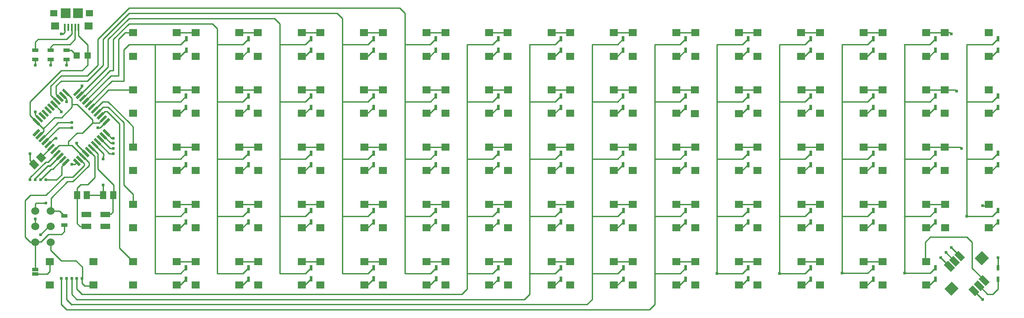
<source format=gtl>
G04 ---------------------------- Layer name :TOP LAYER*
G04 easyEDA 0.1*
G04 Scale: 100 percent, Rotated: No, Reflected: No *
G04 Dimensions in inches *
G04 leading zeros omitted , absolute positions ,2 integer and 4 * 
%FSLAX24Y24*%
%MOIN*%
G90*
G70D02*

%ADD10C,0.010000*%
%ADD11C,0.011810*%
%ADD12C,0.024400*%
%ADD13C,0.060000*%
%ADD15R,0.023600X0.039400*%
%ADD16R,0.050000X0.025000*%
%ADD17R,0.074800X0.043300*%
%ADD18R,0.051200X0.059100*%
%ADD19R,0.063000X0.055100*%
%ADD20R,0.057100X0.051200*%
%ADD21R,0.074800X0.074800*%
%ADD22R,0.015700X0.053100*%
%ADD23R,0.047200X0.031500*%
%ADD25R,0.062992X0.055120*%
%ADD26R,0.047200X0.047200*%

%LPD*%
%LNVIA PAD TRACK COPPERAREA*%
G54D10*
G01X1188Y26673D02*
G01X2101Y26673D01*
G01X2303Y26874D01*
G01X2303Y27592D01*
G01X2301Y27594D01*
G01X35530Y44918D02*
G01X36946Y44918D01*
G01X10253Y39307D02*
G01X10253Y39702D01*
G01X35536Y36255D02*
G01X36952Y36255D01*
G01X35536Y31924D02*
G01X36952Y31924D01*
G01X35536Y27593D02*
G01X36952Y27593D01*
G01X40260Y36255D02*
G01X41680Y36254D01*
G01X40260Y31924D02*
G01X41680Y31923D01*
G01X40260Y27593D02*
G01X41680Y27592D01*
G01X48049Y44032D02*
G01X48049Y24347D01*
G01X47655Y23953D01*
G01X3561Y23953D01*
G01X3167Y24347D01*
G01X43325Y44032D02*
G01X43325Y24740D01*
G01X42931Y24347D01*
G01X3955Y24347D01*
G01X38600Y44032D02*
G01X38600Y25134D01*
G01X38206Y24740D01*
G01X4742Y24740D01*
G01X8601Y40588D02*
G01X6735Y40588D01*
G01X5453Y39305D01*
G01X8601Y36255D02*
G01X8601Y37811D01*
G01X8285Y38126D01*
G01X8285Y38126D01*
G01X6710Y39701D01*
G01X6302Y39701D01*
G01X5680Y39079D01*
G01X8601Y31926D02*
G01X8601Y32693D01*
G01X7892Y33402D01*
G01X7892Y38126D01*
G01X6710Y39307D01*
G01X6710Y39307D02*
G01X6347Y39307D01*
G01X5898Y38859D01*
G01X6125Y38634D02*
G01X6131Y38634D01*
G01X6458Y38961D01*
G01X6644Y38961D01*
G01X7580Y38025D01*
G01X7580Y28616D01*
G01X8601Y27596D01*
G01X6317Y35370D02*
G01X6378Y35763D01*
G01X5680Y36463D01*
G01X7105Y36946D02*
G01X6978Y36946D01*
G01X6571Y37354D01*
G01X7105Y36552D02*
G01X6921Y36552D01*
G01X6344Y37128D01*
G01X7105Y36157D02*
G01X6876Y36157D01*
G01X6125Y36909D01*
G01X7105Y35765D02*
G01X6815Y35765D01*
G01X5898Y36682D01*
G01X3167Y24346D02*
G01X3167Y26315D01*
G01X3955Y24346D02*
G01X3561Y24740D01*
G01X3561Y26315D01*
G01X4743Y24740D02*
G01X4348Y24740D01*
G01X3955Y25134D01*
G01X3955Y26315D01*
G01X5135Y25134D02*
G01X4742Y25134D01*
G01X4348Y25528D01*
G01X4348Y26315D01*
G01X3955Y34977D02*
G01X4192Y34977D01*
G01X4342Y35127D01*
G01X21672Y46788D02*
G01X8285Y46788D01*
G01X22064Y46394D02*
G01X8285Y46394D01*
G01X13797Y45607D02*
G01X8285Y45607D01*
G01X10253Y44032D02*
G01X8286Y44032D01*
G01X8285Y44032D01*
G01X7892Y43638D01*
G01X7892Y41276D01*
G01X6985Y41276D01*
G01X5234Y39525D01*
G01X8601Y44917D02*
G01X7990Y44917D01*
G01X7498Y44426D01*
G01X7498Y41670D01*
G01X7104Y41670D01*
G01X7105Y41669D02*
G01X6927Y41669D01*
G01X5007Y39751D01*
G01X8285Y45607D02*
G01X7104Y44426D01*
G01X7104Y42063D01*
G01X7105Y42063D02*
G01X6882Y42063D01*
G01X4789Y39969D01*
G01X19309Y46000D02*
G01X8285Y46001D01*
G01X6710Y44426D01*
G01X6710Y42457D01*
G01X6710Y42457D02*
G01X6710Y42344D01*
G01X4563Y40196D01*
G01X6317Y44426D02*
G01X6318Y44426D01*
G01X8285Y46394D01*
G01X5923Y44426D02*
G01X8285Y46788D01*
G01X5152Y43188D02*
G01X5152Y44010D01*
G01X4472Y44691D01*
G01X4472Y45337D01*
G01X4469Y45340D01*
G01X6318Y44426D02*
G01X6317Y42457D01*
G01X5136Y41276D01*
G01X3167Y41276D01*
G01X2773Y40882D01*
G01X5923Y44426D02*
G01X5923Y42457D01*
G01X5136Y41670D01*
G01X3167Y41670D01*
G01X2380Y40882D01*
G01X2773Y40882D02*
G01X2773Y40259D01*
G01X3063Y39969D01*
G01X2380Y40882D02*
G01X2380Y40201D01*
G01X2836Y39744D01*
G01X1199Y42851D02*
G01X1198Y42457D01*
G01X2380Y42894D02*
G01X2380Y42457D01*
G01X3167Y38913D02*
G01X3167Y38975D01*
G01X2617Y39525D01*
G01X3561Y42851D02*
G01X3561Y42457D01*
G01X5152Y43188D02*
G01X5152Y42474D01*
G01X4742Y42063D01*
G01X3167Y42063D01*
G01X805Y39701D01*
G01X805Y39702D02*
G01X805Y38663D01*
G01X1282Y38188D01*
G01X3955Y38127D02*
G01X2944Y38127D01*
G01X1726Y36909D01*
G01X3955Y37732D02*
G01X2990Y37732D01*
G01X1946Y36688D01*
G01X3561Y43594D02*
G01X3926Y43594D01*
G01X4332Y43188D01*
G01X3167Y44819D02*
G01X3311Y44819D01*
G01X3446Y44954D01*
G01X3446Y45338D01*
G01X3448Y45340D01*
G01X1198Y43594D02*
G01X1198Y44210D01*
G01X1409Y44421D01*
G01X3557Y44421D01*
G01X3957Y44821D01*
G01X3957Y45339D01*
G01X3959Y45340D01*
G01X2380Y43594D02*
G01X2380Y43847D01*
G01X2568Y44035D01*
G01X3823Y44035D01*
G01X4209Y44421D01*
G01X4209Y45331D01*
G01X4219Y45340D01*
G01X5923Y37732D02*
G01X6115Y37732D01*
G01X6571Y38188D01*
G01X4348Y36552D02*
G01X4348Y36450D01*
G01X5007Y35790D01*
G01X2773Y36946D02*
G01X2655Y36946D01*
G01X2173Y36463D01*
G01X1282Y38188D02*
G01X1282Y38180D01*
G01X1835Y37626D01*
G01X1835Y37469D01*
G01X1501Y37134D01*
G01X1834Y37627D02*
G01X1834Y37690D01*
G01X2656Y38512D01*
G01X3192Y38512D01*
G01X3963Y39284D01*
G01X3963Y39961D01*
G01X3509Y40415D01*
G01X4789Y35571D02*
G01X4783Y35571D01*
G01X3949Y36405D01*
G01X3005Y36405D01*
G01X2617Y36017D01*
G01X3713Y36405D02*
G01X3713Y36684D01*
G01X4356Y37326D01*
G01X4756Y37326D01*
G01X5542Y38112D01*
G01X6042Y38112D01*
G01X6344Y38415D01*
G01X5543Y38113D02*
G01X5543Y38319D01*
G01X4371Y39491D01*
G01X3977Y39491D01*
G01X3963Y39505D01*
G01X3561Y39702D02*
G01X3561Y39911D01*
G01X3282Y40190D01*
G01X4743Y40882D02*
G01X4743Y40815D01*
G01X4342Y40415D01*
G01X1986Y33796D02*
G01X2805Y33796D01*
G01X3184Y34175D01*
G01X3184Y34803D01*
G01X3509Y35127D01*
G01X805Y35765D02*
G01X805Y35259D01*
G01X1107Y34959D01*
G01X1630Y35482D02*
G01X2392Y36244D01*
G01X1198Y38913D02*
G01X1198Y38709D01*
G01X1501Y38407D01*
G01X6317Y33402D02*
G01X6317Y32642D01*
G01X6344Y32615D01*
G01X5453Y36236D02*
G01X5453Y36233D01*
G01X5926Y35761D01*
G01X5926Y34589D01*
G01X7119Y33396D01*
G01X7119Y32652D01*
G01X7081Y32615D01*
G01X5114Y32615D02*
G01X6344Y32615D01*
G01X4371Y32615D02*
G01X4371Y30469D01*
G01X4593Y30247D01*
G01X5045Y30247D01*
G01X5052Y30253D01*
G01X7081Y32615D02*
G01X7081Y31349D01*
G01X6936Y31204D01*
G01X6560Y31204D01*
G01X6510Y31153D01*
G01X4371Y32615D02*
G01X4371Y33168D01*
G01X4622Y33418D01*
G01X5158Y33418D01*
G01X5700Y33961D01*
G01X5700Y35551D01*
G01X5234Y36017D01*
G01X4743Y26315D02*
G01X4743Y25974D01*
G01X4945Y25771D01*
G01X5557Y25771D01*
G01X5609Y25823D01*
G01X4563Y35346D02*
G01X4578Y35346D01*
G01X4897Y35027D01*
G01X4897Y34867D01*
G01X4037Y34007D01*
G01X3397Y34007D01*
G01X2007Y32617D01*
G01X827Y32617D01*
G01X427Y32217D01*
G01X427Y29477D01*
G01X827Y29077D01*
G01X1191Y29077D01*
G01X1198Y29071D01*
G01X4789Y35571D02*
G01X4792Y35571D01*
G01X5257Y35107D01*
G01X5257Y34867D01*
G01X4047Y33657D01*
G01X3637Y33657D01*
G01X2387Y32407D01*
G01X2387Y31441D01*
G01X2380Y31434D01*
G01X2378Y29071D02*
G01X2378Y28474D01*
G01X3181Y27672D01*
G01X4271Y27672D01*
G01X4751Y27192D01*
G01X4751Y26324D01*
G01X4743Y26315D01*
G01X1198Y30832D02*
G01X1198Y30253D01*
G01X1198Y30252D01*
G01X1986Y32044D02*
G01X1275Y32044D01*
G01X1193Y31962D01*
G01X1193Y31438D01*
G01X1198Y31432D01*
G01X1592Y33796D02*
G01X1597Y33796D01*
G01X2397Y34595D01*
G01X2525Y34595D01*
G01X3282Y35353D01*
G01X2378Y30253D02*
G01X2205Y30253D01*
G01X1592Y29640D01*
G01X3407Y30351D02*
G01X3407Y29884D01*
G01X3184Y29662D01*
G01X2206Y29662D01*
G01X1627Y29083D01*
G01X1210Y29083D01*
G01X1198Y29071D01*
G01X2380Y31434D02*
G01X3023Y31434D01*
G01X3407Y31051D01*
G01X1198Y29071D02*
G01X1198Y27003D01*
G01X1188Y26992D01*
G01X805Y33796D02*
G01X805Y33948D01*
G01X1990Y35132D01*
G01X2171Y35132D01*
G01X2836Y35798D01*
G01X10253Y44032D02*
G01X12186Y44032D01*
G01X12617Y44461D01*
G01X11909Y43146D02*
G01X12160Y43146D01*
G01X12617Y43602D01*
G01X11909Y44917D02*
G01X13325Y44917D01*
G01X10253Y44032D02*
G01X10253Y39702D01*
G01X10253Y39702D02*
G01X12185Y39702D01*
G01X12615Y40132D01*
G01X11909Y38815D02*
G01X12160Y38815D01*
G01X12615Y39271D01*
G01X10253Y39307D02*
G01X10253Y35371D01*
G01X10253Y35371D02*
G01X12185Y35371D01*
G01X12615Y35801D01*
G01X11909Y34484D02*
G01X12159Y34484D01*
G01X12615Y34940D01*
G01X10253Y35371D02*
G01X10253Y31040D01*
G01X10254Y31040D01*
G01X12186Y31040D01*
G01X12615Y31469D01*
G01X11909Y30153D02*
G01X12160Y30153D01*
G01X12615Y30609D01*
G01X10253Y31040D02*
G01X10253Y26709D01*
G01X10254Y26709D01*
G01X12186Y26709D01*
G01X12615Y27138D01*
G01X11909Y25823D02*
G01X12160Y25823D01*
G01X12615Y26278D01*
G01X16632Y43146D02*
G01X16884Y43146D01*
G01X17339Y43602D01*
G01X14978Y44032D02*
G01X14978Y39701D01*
G01X14978Y39701D01*
G01X16905Y39701D01*
G01X17336Y40132D01*
G01X16631Y38815D02*
G01X16880Y38815D01*
G01X17336Y39273D01*
G01X14978Y39702D02*
G01X14978Y35371D01*
G01X14978Y35370D01*
G01X16906Y35370D01*
G01X17336Y35801D01*
G01X16631Y34484D02*
G01X16881Y34484D01*
G01X17336Y34940D01*
G01X14978Y35371D02*
G01X14978Y31040D01*
G01X14978Y31040D01*
G01X16909Y31040D01*
G01X17336Y31467D01*
G01X16631Y30153D02*
G01X16882Y30153D01*
G01X17336Y30607D01*
G01X14978Y31040D02*
G01X14978Y26709D01*
G01X14978Y26709D01*
G01X16910Y26709D01*
G01X17336Y27136D01*
G01X16631Y25823D02*
G01X16884Y25823D01*
G01X17336Y26276D01*
G01X19702Y44032D02*
G01X21632Y44032D01*
G01X22063Y44461D01*
G01X19702Y44032D02*
G01X19702Y39701D01*
G01X19703Y39701D01*
G01X21634Y39701D01*
G01X22057Y40125D01*
G01X19702Y39702D02*
G01X19702Y35371D01*
G01X19703Y35370D01*
G01X21638Y35370D01*
G01X22059Y35790D01*
G01X19702Y35371D02*
G01X19702Y31040D01*
G01X19703Y31040D01*
G01X21633Y31040D01*
G01X22060Y31467D01*
G01X19702Y31040D02*
G01X19702Y26709D01*
G01X19703Y26709D01*
G01X21630Y26709D01*
G01X22061Y27140D01*
G01X21357Y25821D02*
G01X21602Y25821D01*
G01X22061Y26280D01*
G01X21357Y30153D02*
G01X21606Y30153D01*
G01X22060Y30607D01*
G01X21357Y34484D02*
G01X21611Y34484D01*
G01X22059Y34930D01*
G01X21355Y38815D02*
G01X21607Y38815D01*
G01X22057Y39265D01*
G01X21355Y43146D02*
G01X21606Y43146D01*
G01X22063Y43602D01*
G01X16632Y44917D02*
G01X18047Y44917D01*
G01X16631Y40588D02*
G01X18046Y40588D01*
G01X18047Y40586D01*
G01X16631Y36257D02*
G01X18048Y36257D01*
G01X18050Y36255D01*
G01X16631Y31926D02*
G01X18048Y31926D01*
G01X18050Y31925D01*
G01X16631Y27594D02*
G01X18048Y27594D01*
G01X18050Y27594D01*
G01X21357Y27594D02*
G01X22776Y27594D01*
G01X21357Y31925D02*
G01X22776Y31925D01*
G01X21357Y36255D02*
G01X22776Y36255D01*
G01X21355Y40586D02*
G01X22771Y40586D01*
G01X21355Y44917D02*
G01X22771Y44917D01*
G01X24427Y44032D02*
G01X26356Y44032D01*
G01X26785Y44461D01*
G01X26078Y43146D02*
G01X26330Y43146D01*
G01X26785Y43602D01*
G01X24427Y39702D02*
G01X26360Y39702D01*
G01X26786Y40129D01*
G01X26078Y38815D02*
G01X26332Y38815D01*
G01X26786Y39269D01*
G01X24427Y39702D02*
G01X24427Y35371D01*
G01X24427Y35370D01*
G01X26363Y35370D01*
G01X26788Y35794D01*
G01X26084Y34484D02*
G01X26336Y34484D01*
G01X26788Y34934D01*
G01X24427Y35371D02*
G01X24427Y31040D01*
G01X24427Y31040D01*
G01X26368Y31040D01*
G01X26789Y31461D01*
G01X26084Y30153D02*
G01X26340Y30153D01*
G01X26789Y30602D01*
G01X13797Y45607D02*
G01X14584Y45607D01*
G01X14585Y45607D01*
G01X14978Y45213D01*
G01X14978Y44032D01*
G01X14978Y44032D01*
G01X19309Y46001D02*
G01X19309Y46001D01*
G01X19703Y45607D01*
G01X19703Y44032D01*
G01X19702Y44032D01*
G01X22064Y46394D02*
G01X24034Y46394D01*
G01X24427Y46000D01*
G01X24427Y44032D01*
G01X24427Y44032D01*
G01X24427Y39702D02*
G01X24427Y44032D01*
G01X21672Y46788D02*
G01X28758Y46788D01*
G01X29151Y46394D01*
G01X29151Y44032D01*
G01X31081Y44032D01*
G01X31510Y44461D01*
G01X29152Y44032D02*
G01X29152Y39701D01*
G01X29151Y39701D01*
G01X31084Y39701D01*
G01X31511Y40129D01*
G01X29152Y39702D02*
G01X29152Y35371D01*
G01X29151Y35370D01*
G01X31087Y35370D01*
G01X31514Y35796D01*
G01X29152Y35371D02*
G01X29152Y31040D01*
G01X29151Y31040D01*
G01X31082Y31040D01*
G01X31514Y31473D01*
G01X29152Y31040D02*
G01X29152Y26709D01*
G01X29151Y26709D01*
G01X31086Y26709D01*
G01X31517Y27140D01*
G01X30802Y43146D02*
G01X31055Y43146D01*
G01X31510Y43602D01*
G01X30807Y38813D02*
G01X31056Y38813D01*
G01X31511Y39269D01*
G01X30802Y34484D02*
G01X31060Y34484D01*
G01X31514Y34936D01*
G01X30807Y30152D02*
G01X31053Y30152D01*
G01X31514Y30613D01*
G01X30807Y25821D02*
G01X31057Y25821D01*
G01X31517Y26280D01*
G01X26078Y44917D02*
G01X27493Y44917D01*
G01X26078Y40586D02*
G01X27498Y40586D01*
G01X27500Y40586D01*
G01X26084Y36255D02*
G01X27494Y36255D01*
G01X26084Y31925D02*
G01X27498Y31925D01*
G01X27500Y31923D01*
G01X26084Y27594D02*
G01X27498Y27594D01*
G01X27500Y27592D01*
G01X26084Y25821D02*
G01X26331Y25821D01*
G01X26790Y26282D01*
G01X11909Y40588D02*
G01X13322Y40588D01*
G01X11909Y36255D02*
G01X13322Y36255D01*
G01X13322Y36257D01*
G01X11909Y31926D02*
G01X13322Y31926D01*
G01X11909Y27596D02*
G01X13322Y27596D01*
G01X13322Y27594D01*
G01X24427Y31040D02*
G01X24427Y26709D01*
G01X24427Y26709D01*
G01X26358Y26709D01*
G01X26790Y27142D01*
G01X30802Y44917D02*
G01X32218Y44917D01*
G01X30807Y40586D02*
G01X32219Y40586D01*
G01X32221Y40586D01*
G01X30802Y36255D02*
G01X32222Y36255D01*
G01X32223Y36255D01*
G01X30807Y31923D02*
G01X32223Y31923D01*
G01X30807Y27592D02*
G01X32223Y27592D01*
G01X5135Y25134D02*
G01X33482Y25134D01*
G01X33876Y25528D01*
G01X33876Y26709D01*
G01X35809Y26709D01*
G01X36231Y27130D01*
G01X33876Y26709D02*
G01X33876Y31039D01*
G01X33876Y31040D01*
G01X35809Y31040D01*
G01X36230Y31461D01*
G01X35531Y25821D02*
G01X35781Y25821D01*
G01X36231Y26271D01*
G01X35531Y30152D02*
G01X35781Y30152D01*
G01X36230Y30601D01*
G01X35531Y34482D02*
G01X35779Y34482D01*
G01X36227Y34932D01*
G01X33876Y31040D02*
G01X33876Y35370D01*
G01X33876Y35370D01*
G01X35806Y35370D01*
G01X36227Y35792D01*
G01X33876Y35371D02*
G01X33876Y39701D01*
G01X33876Y39701D01*
G01X35802Y39701D01*
G01X36227Y40126D01*
G01X35529Y38815D02*
G01X35776Y38815D01*
G01X36227Y39265D01*
G01X33876Y39701D02*
G01X33876Y44032D01*
G01X33876Y44032D01*
G01X35802Y44032D01*
G01X36231Y44461D01*
G01X35526Y43146D02*
G01X35776Y43146D01*
G01X36231Y43602D01*
G01X38601Y26709D02*
G01X40527Y26709D01*
G01X40954Y27134D01*
G01X40260Y25821D02*
G01X40500Y25821D01*
G01X40954Y26275D01*
G01X38601Y31040D02*
G01X40531Y31040D01*
G01X40952Y31461D01*
G01X40260Y30152D02*
G01X40504Y30152D01*
G01X40952Y30601D01*
G01X38601Y35371D02*
G01X40530Y35371D01*
G01X40951Y35792D01*
G01X40260Y34482D02*
G01X40502Y34482D01*
G01X40951Y34932D01*
G01X38601Y39702D02*
G01X40525Y39702D01*
G01X40955Y40132D01*
G01X40260Y38813D02*
G01X40497Y38813D01*
G01X40955Y39271D01*
G01X38601Y44032D02*
G01X40525Y44032D01*
G01X40955Y44461D01*
G01X40254Y43146D02*
G01X40498Y43146D01*
G01X40955Y43602D01*
G01X40254Y44917D02*
G01X41665Y44917D01*
G01X43325Y44032D02*
G01X45251Y44032D01*
G01X45681Y44461D01*
G01X35529Y40586D02*
G01X36951Y40586D01*
G01X36952Y40586D01*
G01X40260Y40586D02*
G01X41665Y40586D01*
G01X41667Y40586D01*
G01X43325Y39702D02*
G01X45255Y39702D01*
G01X45681Y40128D01*
G01X44975Y38815D02*
G01X45227Y38815D01*
G01X45681Y39267D01*
G01X43325Y35371D02*
G01X45259Y35371D01*
G01X45681Y35794D01*
G01X44982Y34482D02*
G01X45230Y34482D01*
G01X45681Y34934D01*
G01X43325Y31040D02*
G01X45256Y31040D01*
G01X45684Y31467D01*
G01X44982Y30151D02*
G01X45227Y30151D01*
G01X45684Y30607D01*
G01X43325Y26709D02*
G01X45256Y26709D01*
G01X45685Y27136D01*
G01X44982Y25819D02*
G01X45227Y25819D01*
G01X45685Y26277D01*
G01X48049Y44032D02*
G01X49981Y44032D01*
G01X50410Y44461D01*
G01X48050Y39702D02*
G01X49980Y39702D01*
G01X50402Y40125D01*
G01X49697Y38815D02*
G01X49952Y38815D01*
G01X50402Y39265D01*
G01X48050Y35371D02*
G01X49985Y35371D01*
G01X50406Y35792D01*
G01X49702Y34482D02*
G01X49956Y34482D01*
G01X50406Y34932D01*
G01X48050Y31040D02*
G01X49989Y31040D01*
G01X50406Y31457D01*
G01X49702Y30151D02*
G01X49960Y30151D01*
G01X50406Y30596D01*
G01X48050Y26709D02*
G01X49989Y26709D01*
G01X50406Y27127D01*
G01X49702Y25819D02*
G01X49960Y25819D01*
G01X50406Y26267D01*
G01X44982Y27592D02*
G01X46397Y27592D01*
G01X44982Y31923D02*
G01X46397Y31923D01*
G01X44982Y36254D02*
G01X46397Y36254D01*
G01X44975Y40586D02*
G01X46389Y40586D01*
G01X44973Y44917D02*
G01X46385Y44917D01*
G01X52773Y26709D02*
G01X52773Y44032D01*
G01X52773Y44032D01*
G01X54697Y44032D01*
G01X55127Y44461D01*
G01X54427Y43144D02*
G01X54669Y43144D01*
G01X55127Y43602D01*
G01X52773Y39702D02*
G01X54704Y39702D01*
G01X55130Y40128D01*
G01X54422Y38811D02*
G01X54672Y38811D01*
G01X55130Y39267D01*
G01X52773Y35371D02*
G01X54701Y35371D01*
G01X55131Y35801D01*
G01X54427Y34484D02*
G01X54673Y34484D01*
G01X55131Y34940D01*
G01X52773Y31040D02*
G01X54705Y31040D01*
G01X55131Y31467D01*
G01X54427Y30153D02*
G01X54677Y30153D01*
G01X55131Y30607D01*
G01X52773Y26709D02*
G01X54702Y26709D01*
G01X55135Y27140D01*
G01X54427Y25821D02*
G01X54676Y25821D01*
G01X55135Y26280D01*
G01X49697Y40586D02*
G01X51110Y40586D01*
G01X51114Y40582D01*
G01X49702Y36254D02*
G01X51117Y36254D01*
G01X51118Y36255D01*
G01X49702Y31923D02*
G01X51117Y31923D01*
G01X51118Y31925D01*
G01X49702Y27592D02*
G01X51117Y27592D01*
G01X51118Y27594D01*
G01X57502Y26709D02*
G01X59436Y26709D01*
G01X59859Y27132D01*
G01X57502Y26709D02*
G01X57502Y31036D01*
G01X57498Y31040D01*
G01X59429Y31040D01*
G01X59860Y31471D01*
G01X57502Y31036D02*
G01X57502Y35367D01*
G01X57498Y35370D01*
G01X59429Y35370D01*
G01X59860Y35801D01*
G01X57502Y35367D02*
G01X57502Y39697D01*
G01X57498Y39701D01*
G01X59429Y39701D01*
G01X59860Y40132D01*
G01X57502Y39698D02*
G01X57502Y44028D01*
G01X57498Y44032D01*
G01X59430Y44032D01*
G01X59860Y44461D01*
G01X59152Y25823D02*
G01X59410Y25823D01*
G01X59859Y26271D01*
G01X59152Y30153D02*
G01X59402Y30153D01*
G01X59860Y30611D01*
G01X59152Y34484D02*
G01X59404Y34484D01*
G01X59860Y34940D01*
G01X59152Y38817D02*
G01X59406Y38817D01*
G01X59860Y39271D01*
G01X59148Y43146D02*
G01X59404Y43146D01*
G01X59860Y43602D01*
G01X62222Y44032D02*
G01X64155Y44032D01*
G01X64585Y44461D01*
G01X63872Y43146D02*
G01X64129Y43146D01*
G01X64585Y43602D01*
G01X62222Y44032D02*
G01X62222Y39701D01*
G01X62222Y39701D01*
G01X64161Y39701D01*
G01X64588Y40128D01*
G01X63876Y38815D02*
G01X64135Y38815D01*
G01X64588Y39267D01*
G01X62222Y39702D02*
G01X62222Y35371D01*
G01X62222Y35370D01*
G01X64164Y35370D01*
G01X64588Y35794D01*
G01X63872Y34484D02*
G01X64139Y34484D01*
G01X64588Y34934D01*
G01X62222Y35371D02*
G01X62222Y31040D01*
G01X62222Y31040D01*
G01X64169Y31040D01*
G01X64589Y31459D01*
G01X63872Y30155D02*
G01X64143Y30155D01*
G01X64589Y30600D01*
G01X62222Y31040D02*
G01X62222Y26717D01*
G01X62221Y26715D01*
G01X62221Y26715D02*
G01X64180Y26715D01*
G01X64589Y27126D01*
G01X63872Y25823D02*
G01X64147Y25823D01*
G01X64589Y26265D01*
G01X68611Y25823D02*
G01X68869Y25823D01*
G01X69313Y26265D01*
G01X66961Y26717D02*
G01X68904Y26717D01*
G01X69313Y27126D01*
G01X66961Y26717D02*
G01X66961Y31025D01*
G01X66947Y31040D01*
G01X68893Y31040D01*
G01X69313Y31459D01*
G01X68611Y30153D02*
G01X68867Y30153D01*
G01X69313Y30600D01*
G01X66961Y31025D02*
G01X66961Y35355D01*
G01X66947Y35370D01*
G01X68888Y35370D01*
G01X69311Y35794D01*
G01X68611Y34484D02*
G01X68863Y34484D01*
G01X69311Y34934D01*
G01X66961Y35355D02*
G01X66961Y39686D01*
G01X66947Y39701D01*
G01X68883Y39701D01*
G01X69310Y40128D01*
G01X68611Y38815D02*
G01X68858Y38815D01*
G01X69310Y39267D01*
G01X66961Y39686D02*
G01X66961Y44017D01*
G01X66947Y44032D01*
G01X68879Y44032D01*
G01X69309Y44461D01*
G01X68598Y43146D02*
G01X68852Y43146D01*
G01X69309Y43602D01*
G01X54427Y44917D02*
G01X55839Y44917D01*
G01X55840Y44917D01*
G01X49693Y44917D02*
G01X51118Y44917D01*
G01X51118Y44917D01*
G01X54422Y40582D02*
G01X55838Y40582D01*
G01X55844Y40590D01*
G01X54427Y36255D02*
G01X55843Y36255D01*
G01X55844Y36257D01*
G01X54427Y31925D02*
G01X55843Y31925D01*
G01X55844Y31926D01*
G01X54427Y27594D02*
G01X55843Y27594D01*
G01X55844Y27594D01*
G01X59152Y27594D02*
G01X60564Y27594D01*
G01X60565Y27596D01*
G01X59152Y31926D02*
G01X60564Y31926D01*
G01X60565Y31927D01*
G01X59152Y36257D02*
G01X60565Y36257D01*
G01X59152Y40590D02*
G01X60565Y40590D01*
G01X60568Y40588D01*
G01X59148Y44917D02*
G01X60563Y44917D01*
G01X63872Y44917D02*
G01X65290Y44917D01*
G01X63876Y40588D02*
G01X65304Y40588D01*
G01X63872Y36257D02*
G01X65304Y36257D01*
G01X63872Y31927D02*
G01X65302Y31927D01*
G01X65304Y31926D01*
G01X63872Y27596D02*
G01X65302Y27596D01*
G01X65304Y27594D01*
G01X68598Y44917D02*
G01X70014Y44917D01*
G01X73322Y43146D02*
G01X73572Y43146D01*
G01X74027Y43602D01*
G01X73322Y38815D02*
G01X73572Y38815D01*
G01X74023Y39267D01*
G01X73323Y34484D02*
G01X73573Y34484D01*
G01X74022Y34934D01*
G01X73325Y30153D02*
G01X73579Y30153D01*
G01X74031Y30605D01*
G01X68611Y31926D02*
G01X70017Y31926D01*
G01X68611Y36257D02*
G01X70015Y36257D01*
G01X68611Y40588D02*
G01X70014Y40588D01*
G01X71672Y31040D02*
G01X71672Y35370D01*
G01X71671Y35370D01*
G01X73599Y35370D01*
G01X74022Y35794D01*
G01X71672Y35369D02*
G01X71672Y39701D01*
G01X71671Y39701D01*
G01X73597Y39701D01*
G01X74023Y40128D01*
G01X71672Y39701D02*
G01X71672Y44031D01*
G01X71671Y44032D01*
G01X73598Y44032D01*
G01X74027Y44461D01*
G01X71672Y31040D02*
G01X73605Y31040D01*
G01X74031Y31465D01*
G01X72594Y25782D02*
G01X72597Y25782D01*
G01X73246Y25134D01*
G01X73639Y25134D01*
G01X74033Y25528D01*
G01X74033Y26278D01*
G01X74033Y26278D01*
G01X70014Y44917D02*
G01X70392Y44917D01*
G01X70490Y44819D01*
G01X70014Y40588D02*
G01X70785Y40588D01*
G01X70884Y40488D01*
G01X70015Y36257D02*
G01X71179Y36257D01*
G01X71277Y36158D01*
G01X69702Y27890D02*
G01X69709Y27890D01*
G01X70354Y27246D01*
G01X70097Y28284D02*
G01X70097Y28280D01*
G01X70743Y27634D01*
G01X70489Y28678D02*
G01X70489Y28665D01*
G01X71131Y28023D01*
G01X72852Y31828D02*
G01X73227Y31828D01*
G01X73325Y31926D01*
G01X74033Y27138D02*
G01X74033Y27890D01*
G01X74034Y27890D01*
G01X72206Y25394D02*
G01X72206Y25388D01*
G01X72852Y24740D01*
G01X72984Y26171D02*
G01X72984Y26184D01*
G01X72065Y27103D01*
G01X72065Y29071D01*
G01X71671Y29465D01*
G01X68915Y29465D01*
G01X68521Y29071D01*
G01X68521Y27685D01*
G01X68611Y27594D01*
G01X44973Y43146D02*
G01X45225Y43146D01*
G01X45681Y43602D01*
G01X49693Y43146D02*
G01X49955Y43146D01*
G01X50410Y43602D01*
G01X14978Y44032D02*
G01X16910Y44032D01*
G01X17339Y44461D01*
G54D11*
G01X1198Y33796D02*
G01X1198Y33868D01*
G01X2155Y34825D01*
G01X2317Y34825D01*
G01X3063Y35571D01*
G54D13*
G01X1198Y31432D03*
G01X1198Y30252D03*
G01X1198Y29071D03*
G01X2380Y31434D03*
G01X2378Y30253D03*
G01X2378Y29071D03*
G54D15*
G01X74031Y31465D03*
G01X74031Y30605D03*
G54D16*
G01X1188Y26992D03*
G01X1188Y26673D03*
G54D17*
G01X6510Y31153D03*
G01X5050Y30253D03*
G01X6510Y30253D03*
G01X5050Y31153D03*
G54D18*
G01X4371Y32615D03*
G01X5111Y32615D03*
G54D19*
G01X5218Y45430D03*
G01X2698Y45430D03*
G54D20*
G01X5309Y46390D03*
G01X2609Y46390D03*
G54D21*
G01X4428Y46390D03*
G01X3488Y46390D03*
G54D22*
G01X4469Y45340D03*
G01X3448Y45340D03*
G01X4219Y45340D03*
G01X3698Y45340D03*
G01X3959Y45340D03*
G54D23*
G01X2380Y42894D03*
G01X2380Y43594D03*
G01X1198Y43594D03*
G01X1198Y42894D03*
G54D18*
G01X6344Y32615D03*
G01X7085Y32615D03*
G36*
G01X717Y34987D02*
G01X1079Y35349D01*
G01X1497Y34931D01*
G01X1135Y34569D01*
G01X717Y34987D01*
G37*
G36*
G01X1240Y35510D02*
G01X1602Y35872D01*
G01X2020Y35454D01*
G01X1658Y35092D01*
G01X1240Y35510D01*
G37*
G54D23*
G01X3407Y30351D03*
G01X3407Y31051D03*
G01X3561Y43594D03*
G01X3561Y42894D03*
G36*
G01X988Y37202D02*
G01X1433Y37647D01*
G01X1575Y37505D01*
G01X1129Y37060D01*
G01X988Y37202D01*
G37*
G36*
G01X1207Y36982D02*
G01X1652Y37428D01*
G01X1794Y37286D01*
G01X1348Y36841D01*
G01X1207Y36982D01*
G37*
G36*
G01X1433Y36756D02*
G01X1879Y37202D01*
G01X2020Y37060D01*
G01X1575Y36615D01*
G01X1433Y36756D01*
G37*
G36*
G01X1652Y36537D02*
G01X2098Y36982D01*
G01X2239Y36841D01*
G01X1794Y36395D01*
G01X1652Y36537D01*
G37*
G36*
G01X1879Y36311D02*
G01X2324Y36756D01*
G01X2466Y36615D01*
G01X2020Y36169D01*
G01X1879Y36311D01*
G37*
G36*
G01X2098Y36091D02*
G01X2543Y36537D01*
G01X2685Y36395D01*
G01X2239Y35950D01*
G01X2098Y36091D01*
G37*
G36*
G01X2324Y35865D02*
G01X2770Y36311D01*
G01X2911Y36169D01*
G01X2466Y35724D01*
G01X2324Y35865D01*
G37*
G36*
G01X2543Y35646D02*
G01X2989Y36091D01*
G01X3130Y35950D01*
G01X2685Y35504D01*
G01X2543Y35646D01*
G37*
G36*
G01X2770Y35420D02*
G01X3215Y35865D01*
G01X3357Y35724D01*
G01X2911Y35278D01*
G01X2770Y35420D01*
G37*
G36*
G01X2989Y35200D02*
G01X3434Y35646D01*
G01X3576Y35504D01*
G01X3130Y35059D01*
G01X2989Y35200D01*
G37*
G36*
G01X3215Y34974D02*
G01X3661Y35420D01*
G01X3802Y35278D01*
G01X3357Y34833D01*
G01X3215Y34974D01*
G37*
G36*
G01X4495Y34833D02*
G01X4050Y35278D01*
G01X4191Y35420D01*
G01X4636Y34974D01*
G01X4495Y34833D01*
G37*
G36*
G01X4714Y35052D02*
G01X4269Y35497D01*
G01X4410Y35639D01*
G01X4856Y35193D01*
G01X4714Y35052D01*
G37*
G36*
G01X4940Y35278D02*
G01X4495Y35724D01*
G01X4636Y35865D01*
G01X5082Y35420D01*
G01X4940Y35278D01*
G37*
G36*
G01X5160Y35497D02*
G01X4714Y35943D01*
G01X4856Y36084D01*
G01X5301Y35639D01*
G01X5160Y35497D01*
G37*
G36*
G01X5386Y35724D02*
G01X4940Y36169D01*
G01X5082Y36311D01*
G01X5527Y35865D01*
G01X5386Y35724D01*
G37*
G36*
G01X5605Y35943D02*
G01X5160Y36388D01*
G01X5301Y36530D01*
G01X5747Y36084D01*
G01X5605Y35943D01*
G37*
G36*
G01X5831Y36169D02*
G01X5386Y36615D01*
G01X5527Y36756D01*
G01X5973Y36311D01*
G01X5831Y36169D01*
G37*
G36*
G01X6051Y36388D02*
G01X5605Y36834D01*
G01X5747Y36975D01*
G01X6192Y36530D01*
G01X6051Y36388D01*
G37*
G36*
G01X6277Y36615D02*
G01X5831Y37060D01*
G01X5973Y37202D01*
G01X6418Y36756D01*
G01X6277Y36615D01*
G37*
G36*
G01X6496Y36834D02*
G01X6051Y37279D01*
G01X6192Y37421D01*
G01X6638Y36975D01*
G01X6496Y36834D01*
G37*
G36*
G01X6722Y37060D02*
G01X6277Y37505D01*
G01X6418Y37647D01*
G01X6864Y37202D01*
G01X6722Y37060D01*
G37*
G36*
G01X4050Y40263D02*
G01X4495Y40709D01*
G01X4636Y40567D01*
G01X4191Y40122D01*
G01X4050Y40263D01*
G37*
G36*
G01X4269Y40044D02*
G01X4714Y40490D01*
G01X4856Y40348D01*
G01X4410Y39903D01*
G01X4269Y40044D01*
G37*
G36*
G01X4495Y39818D02*
G01X4940Y40263D01*
G01X5082Y40122D01*
G01X4636Y39676D01*
G01X4495Y39818D01*
G37*
G36*
G01X4714Y39599D02*
G01X5160Y40044D01*
G01X5301Y39903D01*
G01X4856Y39457D01*
G01X4714Y39599D01*
G37*
G36*
G01X4940Y39372D02*
G01X5386Y39818D01*
G01X5527Y39676D01*
G01X5082Y39231D01*
G01X4940Y39372D01*
G37*
G36*
G01X5160Y39153D02*
G01X5605Y39599D01*
G01X5747Y39457D01*
G01X5301Y39012D01*
G01X5160Y39153D01*
G37*
G36*
G01X5386Y38927D02*
G01X5831Y39372D01*
G01X5973Y39231D01*
G01X5527Y38785D01*
G01X5386Y38927D01*
G37*
G36*
G01X5605Y38708D02*
G01X6051Y39153D01*
G01X6192Y39012D01*
G01X5747Y38566D01*
G01X5605Y38708D01*
G37*
G36*
G01X5831Y38481D02*
G01X6277Y38927D01*
G01X6418Y38785D01*
G01X5973Y38340D01*
G01X5831Y38481D01*
G37*
G36*
G01X6051Y38262D02*
G01X6496Y38708D01*
G01X6638Y38566D01*
G01X6192Y38121D01*
G01X6051Y38262D01*
G37*
G36*
G01X6277Y38036D02*
G01X6722Y38481D01*
G01X6864Y38340D01*
G01X6418Y37894D01*
G01X6277Y38036D01*
G37*
G36*
G01X1433Y37894D02*
G01X988Y38340D01*
G01X1129Y38481D01*
G01X1575Y38036D01*
G01X1433Y37894D01*
G37*
G36*
G01X1652Y38114D02*
G01X1207Y38559D01*
G01X1348Y38701D01*
G01X1794Y38255D01*
G01X1652Y38114D01*
G37*
G36*
G01X1879Y38340D02*
G01X1433Y38785D01*
G01X1575Y38927D01*
G01X2020Y38481D01*
G01X1879Y38340D01*
G37*
G36*
G01X2098Y38559D02*
G01X1652Y39005D01*
G01X1794Y39146D01*
G01X2239Y38701D01*
G01X2098Y38559D01*
G37*
G36*
G01X2324Y38785D02*
G01X1879Y39231D01*
G01X2020Y39372D01*
G01X2466Y38927D01*
G01X2324Y38785D01*
G37*
G36*
G01X2543Y39005D02*
G01X2098Y39450D01*
G01X2239Y39592D01*
G01X2685Y39146D01*
G01X2543Y39005D01*
G37*
G36*
G01X2770Y39231D02*
G01X2324Y39676D01*
G01X2466Y39818D01*
G01X2911Y39372D01*
G01X2770Y39231D01*
G37*
G36*
G01X2989Y39450D02*
G01X2543Y39896D01*
G01X2685Y40037D01*
G01X3130Y39592D01*
G01X2989Y39450D01*
G37*
G36*
G01X3215Y39676D02*
G01X2770Y40122D01*
G01X2911Y40263D01*
G01X3357Y39818D01*
G01X3215Y39676D01*
G37*
G36*
G01X3434Y39896D02*
G01X2989Y40341D01*
G01X3130Y40482D01*
G01X3576Y40037D01*
G01X3434Y39896D01*
G37*
G36*
G01X3661Y40122D02*
G01X3215Y40567D01*
G01X3357Y40709D01*
G01X3802Y40263D01*
G01X3661Y40122D01*
G37*
G54D25*
G01X2301Y25823D03*
G01X5609Y25823D03*
G01X2301Y27594D03*
G01X5609Y27594D03*
G54D26*
G01X4332Y43188D03*
G01X5152Y43188D03*
G54D25*
G01X8601Y43146D03*
G01X11909Y43146D03*
G01X8601Y44917D03*
G01X11909Y44917D03*
G54D15*
G01X12617Y44461D03*
G01X12617Y43602D03*
G54D25*
G01X8601Y38815D03*
G01X11909Y38815D03*
G01X8601Y40588D03*
G01X11909Y40588D03*
G54D15*
G01X12615Y40132D03*
G01X12615Y39271D03*
G54D25*
G01X8601Y34484D03*
G01X11909Y34484D03*
G01X8601Y36255D03*
G01X11909Y36255D03*
G54D15*
G01X12615Y35801D03*
G01X12615Y34940D03*
G54D25*
G01X8601Y30153D03*
G01X11909Y30153D03*
G01X8601Y31926D03*
G01X11909Y31926D03*
G54D15*
G01X12615Y31469D03*
G01X12615Y30609D03*
G54D25*
G01X8601Y25823D03*
G01X11909Y25823D03*
G01X8601Y27596D03*
G01X11909Y27596D03*
G54D15*
G01X12615Y27138D03*
G01X12615Y26278D03*
G36*
G01X71027Y28434D02*
G01X71542Y27919D01*
G01X71235Y27613D01*
G01X70721Y28128D01*
G01X71027Y28434D01*
G37*
G36*
G01X72880Y26581D02*
G01X73394Y26067D01*
G01X73088Y25760D01*
G01X72573Y26275D01*
G01X72880Y26581D01*
G37*
G36*
G01X70249Y27656D02*
G01X70764Y27141D01*
G01X70458Y26835D01*
G01X69943Y27350D01*
G01X70249Y27656D01*
G37*
G36*
G01X70638Y28045D02*
G01X71153Y27530D01*
G01X70847Y27224D01*
G01X70332Y27739D01*
G01X70638Y28045D01*
G37*
G36*
G01X72102Y25803D02*
G01X72617Y25289D01*
G01X72310Y24982D01*
G01X71796Y25497D01*
G01X72102Y25803D01*
G37*
G36*
G01X72491Y26192D02*
G01X73005Y25678D01*
G01X72699Y25371D01*
G01X72184Y25886D01*
G01X72491Y26192D01*
G37*
G36*
G01X72835Y28403D02*
G01X73364Y27875D01*
G01X72807Y27318D01*
G01X72279Y27847D01*
G01X72835Y28403D01*
G37*
G36*
G01X70530Y26098D02*
G01X71059Y25569D01*
G01X70502Y25013D01*
G01X69973Y25542D01*
G01X70530Y26098D01*
G37*
G01X74033Y27138D03*
G01X74033Y26278D03*
G54D25*
G01X13325Y43146D03*
G01X16632Y43146D03*
G01X13325Y44917D03*
G01X16632Y44917D03*
G54D15*
G01X17339Y44461D03*
G01X17339Y43602D03*
G54D25*
G01X13322Y38815D03*
G01X16631Y38815D03*
G01X13322Y40588D03*
G01X16631Y40588D03*
G54D15*
G01X17336Y40132D03*
G01X17336Y39273D03*
G54D25*
G01X13322Y34484D03*
G01X16631Y34484D03*
G01X13322Y36257D03*
G01X16631Y36257D03*
G54D15*
G01X17336Y35801D03*
G01X17336Y34940D03*
G54D25*
G01X13322Y30153D03*
G01X16631Y30153D03*
G01X13322Y31926D03*
G01X16631Y31926D03*
G54D15*
G01X17336Y31467D03*
G01X17336Y30607D03*
G54D25*
G01X13322Y25823D03*
G01X16631Y25823D03*
G01X13322Y27594D03*
G01X16631Y27594D03*
G54D15*
G01X17336Y27136D03*
G01X17336Y26276D03*
G54D25*
G01X18047Y43146D03*
G01X21355Y43146D03*
G01X18047Y44917D03*
G01X21355Y44917D03*
G54D15*
G01X22063Y44461D03*
G01X22063Y43602D03*
G54D25*
G01X18047Y38815D03*
G01X21355Y38815D03*
G01X18047Y40586D03*
G01X21355Y40586D03*
G54D15*
G01X22057Y40125D03*
G01X22057Y39265D03*
G54D25*
G01X18050Y34484D03*
G01X21357Y34484D03*
G01X18050Y36255D03*
G01X21357Y36255D03*
G54D15*
G01X22059Y35790D03*
G01X22059Y34930D03*
G54D25*
G01X18050Y30153D03*
G01X21357Y30153D03*
G01X18050Y31925D03*
G01X21357Y31925D03*
G54D15*
G01X22060Y31467D03*
G01X22060Y30607D03*
G54D25*
G01X18050Y25821D03*
G01X21357Y25821D03*
G01X18050Y27594D03*
G01X21357Y27594D03*
G54D15*
G01X22061Y27140D03*
G01X22061Y26280D03*
G54D25*
G01X22771Y43146D03*
G01X26078Y43146D03*
G01X22771Y44917D03*
G01X26078Y44917D03*
G54D15*
G01X26785Y44461D03*
G01X26785Y43602D03*
G54D25*
G01X22771Y38815D03*
G01X26078Y38815D03*
G01X22771Y40586D03*
G01X26078Y40586D03*
G54D15*
G01X26786Y40129D03*
G01X26786Y39269D03*
G54D25*
G01X22776Y34484D03*
G01X26084Y34484D03*
G01X22776Y36255D03*
G01X26084Y36255D03*
G54D15*
G01X26788Y35794D03*
G01X26788Y34934D03*
G54D25*
G01X22776Y30153D03*
G01X26084Y30153D03*
G01X22776Y31925D03*
G01X26084Y31925D03*
G54D15*
G01X26789Y31461D03*
G01X26789Y30602D03*
G54D25*
G01X22776Y25821D03*
G01X26084Y25821D03*
G01X22776Y27594D03*
G01X26084Y27594D03*
G54D15*
G01X26790Y27142D03*
G01X26790Y26282D03*
G54D25*
G01X27493Y43146D03*
G01X30802Y43146D03*
G01X27493Y44917D03*
G01X30802Y44917D03*
G54D15*
G01X31510Y44461D03*
G01X31510Y43602D03*
G54D25*
G01X27500Y38813D03*
G01X30807Y38813D03*
G01X27500Y40586D03*
G01X30807Y40586D03*
G54D15*
G01X31511Y40129D03*
G01X31511Y39269D03*
G54D25*
G01X27494Y34484D03*
G01X30802Y34484D03*
G01X27494Y36255D03*
G01X30802Y36255D03*
G54D15*
G01X31514Y35796D03*
G01X31514Y34936D03*
G54D25*
G01X27500Y30152D03*
G01X30807Y30152D03*
G01X27500Y31923D03*
G01X30807Y31923D03*
G54D15*
G01X31514Y31473D03*
G01X31514Y30613D03*
G54D25*
G01X27500Y25821D03*
G01X30807Y25821D03*
G01X27500Y27592D03*
G01X30807Y27592D03*
G54D15*
G01X31517Y27140D03*
G01X31517Y26280D03*
G54D25*
G01X32218Y43146D03*
G01X35526Y43146D03*
G01X32218Y44917D03*
G01X35526Y44917D03*
G54D15*
G01X36231Y44461D03*
G01X36231Y43602D03*
G54D25*
G01X32221Y38815D03*
G01X35529Y38815D03*
G01X32221Y40586D03*
G01X35529Y40586D03*
G54D15*
G01X36227Y40126D03*
G01X36227Y39265D03*
G54D25*
G01X32223Y34482D03*
G01X35531Y34482D03*
G01X32223Y36255D03*
G01X35531Y36255D03*
G54D15*
G01X36227Y35792D03*
G01X36227Y34932D03*
G54D25*
G01X32223Y30152D03*
G01X35531Y30152D03*
G01X32223Y31923D03*
G01X35531Y31923D03*
G54D15*
G01X36230Y31461D03*
G01X36230Y30601D03*
G54D25*
G01X32223Y25821D03*
G01X35531Y25821D03*
G01X32223Y27592D03*
G01X35531Y27592D03*
G54D15*
G01X36231Y27130D03*
G01X36231Y26271D03*
G54D25*
G01X36946Y43146D03*
G01X40254Y43146D03*
G01X36946Y44917D03*
G01X40254Y44917D03*
G54D15*
G01X40955Y44461D03*
G01X40955Y43602D03*
G54D25*
G01X36952Y38813D03*
G01X40260Y38813D03*
G01X36952Y40586D03*
G01X40260Y40586D03*
G54D15*
G01X40955Y40132D03*
G01X40955Y39271D03*
G54D25*
G01X36952Y34482D03*
G01X40260Y34482D03*
G01X36952Y36255D03*
G01X40260Y36255D03*
G54D15*
G01X40951Y35792D03*
G01X40951Y34932D03*
G54D25*
G01X36952Y30152D03*
G01X40260Y30152D03*
G01X36952Y31923D03*
G01X40260Y31923D03*
G54D15*
G01X40952Y31461D03*
G01X40952Y30601D03*
G54D25*
G01X36952Y25821D03*
G01X40260Y25821D03*
G01X36952Y27592D03*
G01X40260Y27592D03*
G54D15*
G01X40954Y27134D03*
G01X40954Y26275D03*
G54D25*
G01X41665Y43146D03*
G01X44973Y43146D03*
G01X41665Y44917D03*
G01X44973Y44917D03*
G54D15*
G01X45681Y44461D03*
G01X45681Y43602D03*
G54D25*
G01X41667Y38815D03*
G01X44975Y38815D03*
G01X41667Y40586D03*
G01X44975Y40586D03*
G54D15*
G01X45681Y40128D03*
G01X45681Y39267D03*
G54D25*
G01X41675Y34482D03*
G01X44982Y34482D03*
G01X41675Y36254D03*
G01X44982Y36254D03*
G54D15*
G01X45681Y35794D03*
G01X45681Y34934D03*
G54D25*
G01X41675Y30151D03*
G01X44982Y30151D03*
G01X41675Y31923D03*
G01X44982Y31923D03*
G54D15*
G01X45684Y31467D03*
G01X45684Y30607D03*
G54D25*
G01X41675Y25819D03*
G01X44982Y25819D03*
G01X41675Y27592D03*
G01X44982Y27592D03*
G54D15*
G01X45685Y27136D03*
G01X45685Y26277D03*
G54D25*
G01X46385Y43146D03*
G01X49693Y43146D03*
G01X46385Y44917D03*
G01X49693Y44917D03*
G54D15*
G01X50410Y44461D03*
G01X50410Y43602D03*
G54D25*
G01X46389Y38815D03*
G01X49697Y38815D03*
G01X46389Y40586D03*
G01X49697Y40586D03*
G54D15*
G01X50402Y40125D03*
G01X50402Y39265D03*
G54D25*
G01X46397Y34482D03*
G01X49705Y34482D03*
G01X46397Y36254D03*
G01X49705Y36254D03*
G54D15*
G01X50406Y35792D03*
G01X50406Y34932D03*
G54D25*
G01X46397Y30151D03*
G01X49705Y30151D03*
G01X46397Y31923D03*
G01X49705Y31923D03*
G54D15*
G01X50406Y31457D03*
G01X50406Y30596D03*
G54D25*
G01X46397Y25819D03*
G01X49705Y25819D03*
G01X46397Y27592D03*
G01X49705Y27592D03*
G54D15*
G01X50406Y27127D03*
G01X50406Y26267D03*
G54D25*
G01X51118Y43144D03*
G01X54427Y43144D03*
G01X51118Y44917D03*
G01X54427Y44917D03*
G54D15*
G01X55127Y44461D03*
G01X55127Y43602D03*
G54D25*
G01X51114Y38811D03*
G01X54422Y38811D03*
G01X51114Y40582D03*
G01X54422Y40582D03*
G54D15*
G01X55130Y40128D03*
G01X55130Y39267D03*
G54D25*
G01X51118Y34484D03*
G01X54427Y34484D03*
G01X51118Y36255D03*
G01X54427Y36255D03*
G54D15*
G01X55131Y35801D03*
G01X55131Y34940D03*
G54D25*
G01X51118Y30153D03*
G01X54427Y30153D03*
G01X51118Y31925D03*
G01X54427Y31925D03*
G54D15*
G01X55131Y31467D03*
G01X55131Y30607D03*
G54D25*
G01X51118Y25821D03*
G01X54427Y25821D03*
G01X51118Y27594D03*
G01X54427Y27594D03*
G54D15*
G01X55135Y27140D03*
G01X55135Y26280D03*
G54D25*
G01X55840Y43146D03*
G01X59148Y43146D03*
G01X55840Y44917D03*
G01X59148Y44917D03*
G54D15*
G01X59860Y44461D03*
G01X59860Y43602D03*
G54D25*
G01X55844Y38817D03*
G01X59152Y38817D03*
G01X55844Y40590D03*
G01X59152Y40590D03*
G54D15*
G01X59860Y40132D03*
G01X59860Y39271D03*
G54D25*
G01X55844Y34484D03*
G01X59152Y34484D03*
G01X55844Y36257D03*
G01X59152Y36257D03*
G54D15*
G01X59860Y35801D03*
G01X59860Y34940D03*
G54D25*
G01X55844Y30153D03*
G01X59152Y30153D03*
G01X55844Y31926D03*
G01X59152Y31926D03*
G54D15*
G01X59860Y31471D03*
G01X59860Y30611D03*
G54D25*
G01X55844Y25823D03*
G01X59152Y25823D03*
G01X55844Y27594D03*
G01X59152Y27594D03*
G54D15*
G01X59859Y27132D03*
G01X59859Y26271D03*
G54D25*
G01X60563Y43146D03*
G01X63871Y43146D03*
G01X60563Y44917D03*
G01X63871Y44917D03*
G54D15*
G01X64585Y44461D03*
G01X64585Y43602D03*
G54D25*
G01X60568Y38815D03*
G01X63876Y38815D03*
G01X60568Y40588D03*
G01X63876Y40588D03*
G54D15*
G01X64588Y40128D03*
G01X64588Y39267D03*
G54D25*
G01X60565Y34484D03*
G01X63873Y34484D03*
G01X60565Y36257D03*
G01X63873Y36257D03*
G54D15*
G01X64588Y35794D03*
G01X64588Y34934D03*
G54D25*
G01X60565Y30155D03*
G01X63873Y30155D03*
G01X60565Y31927D03*
G01X63873Y31927D03*
G54D15*
G01X64589Y31459D03*
G01X64589Y30600D03*
G54D25*
G01X60565Y25823D03*
G01X63873Y25823D03*
G01X60565Y27596D03*
G01X63873Y27596D03*
G54D15*
G01X64589Y27126D03*
G01X64589Y26265D03*
G54D25*
G01X65290Y43146D03*
G01X68598Y43146D03*
G01X65290Y44917D03*
G01X68598Y44917D03*
G54D15*
G01X69309Y44461D03*
G01X69309Y43602D03*
G54D25*
G01X65304Y38815D03*
G01X68611Y38815D03*
G01X65304Y40588D03*
G01X68611Y40588D03*
G54D15*
G01X69310Y40128D03*
G01X69310Y39267D03*
G54D25*
G01X65304Y34484D03*
G01X68611Y34484D03*
G01X65304Y36257D03*
G01X68611Y36257D03*
G54D15*
G01X69311Y35794D03*
G01X69311Y34934D03*
G54D25*
G01X65304Y30153D03*
G01X68611Y30153D03*
G01X65304Y31926D03*
G01X68611Y31926D03*
G54D15*
G01X69313Y31459D03*
G01X69313Y30600D03*
G54D25*
G01X65304Y25823D03*
G01X68611Y25823D03*
G01X65304Y27594D03*
G01X68611Y27594D03*
G54D15*
G01X69313Y27126D03*
G01X69313Y26265D03*
G54D25*
G01X70014Y43146D03*
G01X73322Y43146D03*
G01X70014Y44917D03*
G01X73322Y44917D03*
G54D15*
G01X74027Y44461D03*
G01X74027Y43602D03*
G54D25*
G01X70014Y38815D03*
G01X73322Y38815D03*
G01X70014Y40588D03*
G01X73322Y40588D03*
G54D15*
G01X74023Y40128D03*
G01X74023Y39267D03*
G54D25*
G01X70015Y34484D03*
G01X73323Y34484D03*
G01X70015Y36257D03*
G01X73323Y36257D03*
G54D15*
G01X74022Y35794D03*
G01X74022Y34934D03*
G54D25*
G01X70017Y30153D03*
G01X73325Y30153D03*
G01X70017Y31926D03*
G01X73325Y31926D03*
G54D12*
G01X66961Y26717D03*
G01X62221Y26715D03*
G01X57502Y26709D03*
G01X52773Y26709D03*
G01X805Y33796D03*
G01X1198Y33796D03*
G01X1592Y33796D03*
G01X1986Y33796D03*
G01X3955Y34977D03*
G01X6317Y35371D03*
G01X7105Y36946D03*
G01X7105Y36552D03*
G01X7105Y36157D03*
G01X7105Y35765D03*
G01X3167Y26315D03*
G01X3561Y26315D03*
G01X3955Y26315D03*
G01X4348Y26315D03*
G01X2380Y42457D03*
G01X1198Y42457D03*
G01X3167Y38913D03*
G01X3561Y42457D03*
G01X3955Y38127D03*
G01X3955Y37732D03*
G01X3167Y44819D03*
G01X2773Y36946D03*
G01X4348Y36552D03*
G01X5923Y37732D03*
G01X3561Y39702D03*
G01X4743Y40882D03*
G01X805Y35765D03*
G01X1198Y38913D03*
G01X6317Y33402D03*
G01X4743Y26315D03*
G01X1198Y30832D03*
G01X1592Y29640D03*
G01X1986Y32044D03*
G01X70489Y44819D03*
G01X70884Y40488D03*
G01X71277Y36157D03*
G01X69702Y27890D03*
G01X70097Y28284D03*
G01X70489Y28678D03*
G01X72852Y31828D03*
G01X71672Y31040D03*
G01X74034Y27890D03*
G01X72852Y24740D03*

M00*
M02*
</source>
